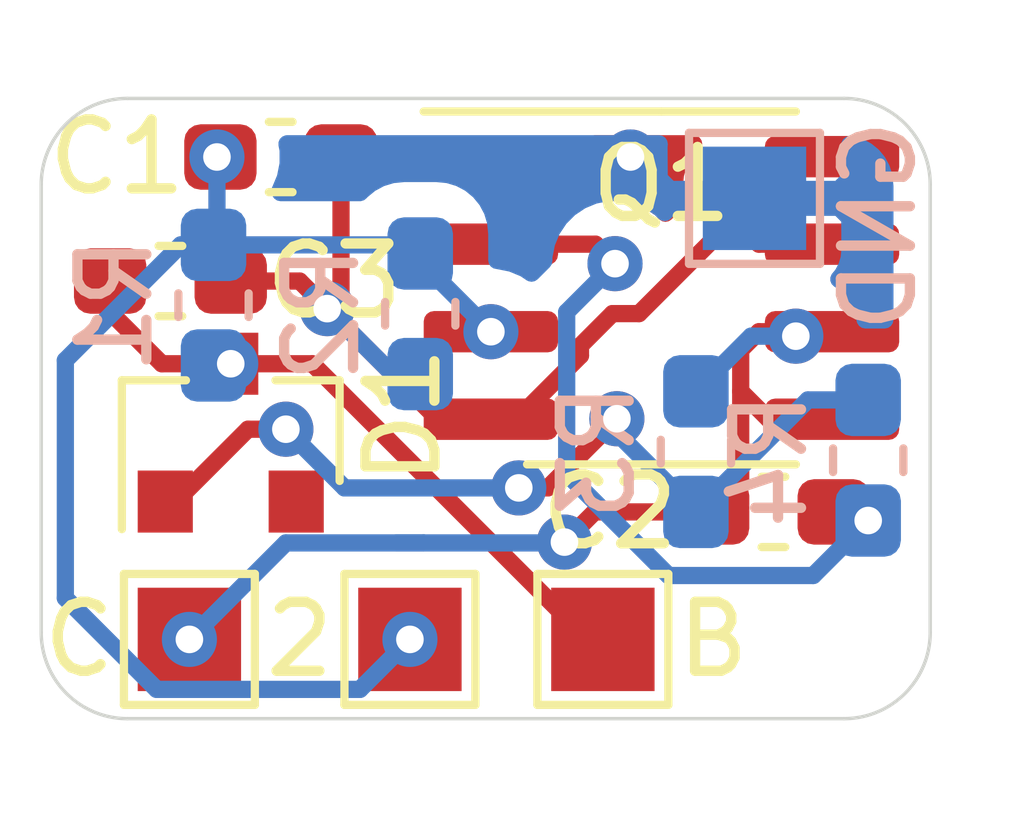
<source format=kicad_pcb>
(kicad_pcb (version 20171130) (host pcbnew "(5.1.6)-1")

  (general
    (thickness 1.6)
    (drawings 8)
    (tracks 98)
    (zones 0)
    (modules 13)
    (nets 8)
  )

  (page A4)
  (layers
    (0 F.Cu signal)
    (31 B.Cu signal)
    (32 B.Adhes user)
    (33 F.Adhes user)
    (34 B.Paste user)
    (35 F.Paste user)
    (36 B.SilkS user)
    (37 F.SilkS user)
    (38 B.Mask user)
    (39 F.Mask user)
    (40 Dwgs.User user)
    (41 Cmts.User user)
    (42 Eco1.User user)
    (43 Eco2.User user)
    (44 Edge.Cuts user)
    (45 Margin user)
    (46 B.CrtYd user)
    (47 F.CrtYd user hide)
    (48 B.Fab user)
    (49 F.Fab user)
  )

  (setup
    (last_trace_width 0.25)
    (trace_clearance 0.2)
    (zone_clearance 0.508)
    (zone_45_only no)
    (trace_min 0.2)
    (via_size 0.8)
    (via_drill 0.4)
    (via_min_size 0.4)
    (via_min_drill 0.3)
    (uvia_size 0.3)
    (uvia_drill 0.1)
    (uvias_allowed no)
    (uvia_min_size 0.2)
    (uvia_min_drill 0.1)
    (edge_width 0.05)
    (segment_width 0.2)
    (pcb_text_width 0.3)
    (pcb_text_size 1.5 1.5)
    (mod_edge_width 0.12)
    (mod_text_size 1 1)
    (mod_text_width 0.15)
    (pad_size 2.1 2.1)
    (pad_drill 1.3)
    (pad_to_mask_clearance 0.051)
    (solder_mask_min_width 0.1)
    (aux_axis_origin 0 0)
    (visible_elements 7FFFFFFF)
    (pcbplotparams
      (layerselection 0x010f0_ffffffff)
      (usegerberextensions true)
      (usegerberattributes false)
      (usegerberadvancedattributes false)
      (creategerberjobfile false)
      (excludeedgelayer true)
      (linewidth 0.100000)
      (plotframeref false)
      (viasonmask false)
      (mode 1)
      (useauxorigin false)
      (hpglpennumber 1)
      (hpglpenspeed 20)
      (hpglpendiameter 15.000000)
      (psnegative false)
      (psa4output false)
      (plotreference true)
      (plotvalue true)
      (plotinvisibletext false)
      (padsonsilk false)
      (subtractmaskfromsilk false)
      (outputformat 1)
      (mirror false)
      (drillshape 0)
      (scaleselection 1)
      (outputdirectory "gerbers/"))
  )

  (net 0 "")
  (net 1 GND)
  (net 2 "Net-(C2-Pad2)")
  (net 3 "Net-(C2-Pad1)")
  (net 4 "Net-(C3-Pad2)")
  (net 5 "Net-(D1-Pad2)")
  (net 6 D1)
  (net 7 VCC)

  (net_class Default "This is the default net class."
    (clearance 0.2)
    (trace_width 0.25)
    (via_dia 0.8)
    (via_drill 0.4)
    (uvia_dia 0.3)
    (uvia_drill 0.1)
    (add_net D1)
    (add_net GND)
    (add_net "Net-(C2-Pad1)")
    (add_net "Net-(C2-Pad2)")
    (add_net "Net-(C3-Pad2)")
    (add_net "Net-(D1-Pad2)")
    (add_net VCC)
  )

  (module TestPoint:TestPoint_Pad_1.5x1.5mm (layer B.Cu) (tedit 5A0F774F) (tstamp 5F68162D)
    (at 92.6 77.2 90)
    (descr "SMD rectangular pad as test Point, square 1.5mm side length")
    (tags "test point SMD pad rectangle square")
    (path /5F68C2F5)
    (attr virtual)
    (fp_text reference GND (at -0.4 1.8 90) (layer B.SilkS)
      (effects (font (size 1 1) (thickness 0.15)) (justify mirror))
    )
    (fp_text value GND (at 0 -1.75 90) (layer B.Fab)
      (effects (font (size 1 1) (thickness 0.15)) (justify mirror))
    )
    (fp_text user %R (at 0 1.65 90) (layer B.Fab)
      (effects (font (size 1 1) (thickness 0.15)) (justify mirror))
    )
    (fp_line (start -0.95 0.95) (end 0.95 0.95) (layer B.SilkS) (width 0.12))
    (fp_line (start 0.95 0.95) (end 0.95 -0.95) (layer B.SilkS) (width 0.12))
    (fp_line (start 0.95 -0.95) (end -0.95 -0.95) (layer B.SilkS) (width 0.12))
    (fp_line (start -0.95 -0.95) (end -0.95 0.95) (layer B.SilkS) (width 0.12))
    (fp_line (start -1.25 1.25) (end 1.25 1.25) (layer B.CrtYd) (width 0.05))
    (fp_line (start -1.25 1.25) (end -1.25 -1.25) (layer B.CrtYd) (width 0.05))
    (fp_line (start 1.25 -1.25) (end 1.25 1.25) (layer B.CrtYd) (width 0.05))
    (fp_line (start 1.25 -1.25) (end -1.25 -1.25) (layer B.CrtYd) (width 0.05))
    (pad 1 smd rect (at 0 0 90) (size 1.5 1.5) (layers B.Cu B.Mask)
      (net 1 GND))
  )

  (module TestPoint:TestPoint_Pad_1.5x1.5mm (layer F.Cu) (tedit 5A0F774F) (tstamp 5F680BBE)
    (at 90.4 83.6)
    (descr "SMD rectangular pad as test Point, square 1.5mm side length")
    (tags "test point SMD pad rectangle square")
    (path /5F42A93A)
    (attr virtual)
    (fp_text reference B (at 1.6 0) (layer F.SilkS)
      (effects (font (size 1 1) (thickness 0.15)))
    )
    (fp_text value BTN (at 0 1.75) (layer F.Fab)
      (effects (font (size 1 1) (thickness 0.15)))
    )
    (fp_line (start 1.25 1.25) (end -1.25 1.25) (layer F.CrtYd) (width 0.05))
    (fp_line (start 1.25 1.25) (end 1.25 -1.25) (layer F.CrtYd) (width 0.05))
    (fp_line (start -1.25 -1.25) (end -1.25 1.25) (layer F.CrtYd) (width 0.05))
    (fp_line (start -1.25 -1.25) (end 1.25 -1.25) (layer F.CrtYd) (width 0.05))
    (fp_line (start -0.95 0.95) (end -0.95 -0.95) (layer F.SilkS) (width 0.12))
    (fp_line (start 0.95 0.95) (end -0.95 0.95) (layer F.SilkS) (width 0.12))
    (fp_line (start 0.95 -0.95) (end 0.95 0.95) (layer F.SilkS) (width 0.12))
    (fp_line (start -0.95 -0.95) (end 0.95 -0.95) (layer F.SilkS) (width 0.12))
    (fp_text user %R (at 0 -1.65) (layer F.Fab)
      (effects (font (size 1 1) (thickness 0.15)))
    )
    (pad 1 smd rect (at 0 0) (size 1.5 1.5) (layers F.Cu F.Mask)
      (net 4 "Net-(C3-Pad2)"))
  )

  (module TestPoint:TestPoint_Pad_1.5x1.5mm (layer F.Cu) (tedit 5A0F774F) (tstamp 5F680BB0)
    (at 87.6 83.6)
    (descr "SMD rectangular pad as test Point, square 1.5mm side length")
    (tags "test point SMD pad rectangle square")
    (path /5F42859D)
    (attr virtual)
    (fp_text reference 2 (at -1.6 0) (layer F.SilkS)
      (effects (font (size 1 1) (thickness 0.15)))
    )
    (fp_text value PWR_2 (at 0 1.75 180) (layer F.Fab)
      (effects (font (size 1 1) (thickness 0.15)))
    )
    (fp_text user %R (at 0 -1.65) (layer F.Fab)
      (effects (font (size 1 1) (thickness 0.15)))
    )
    (fp_line (start -0.95 -0.95) (end 0.95 -0.95) (layer F.SilkS) (width 0.12))
    (fp_line (start 0.95 -0.95) (end 0.95 0.95) (layer F.SilkS) (width 0.12))
    (fp_line (start 0.95 0.95) (end -0.95 0.95) (layer F.SilkS) (width 0.12))
    (fp_line (start -0.95 0.95) (end -0.95 -0.95) (layer F.SilkS) (width 0.12))
    (fp_line (start -1.25 -1.25) (end 1.25 -1.25) (layer F.CrtYd) (width 0.05))
    (fp_line (start -1.25 -1.25) (end -1.25 1.25) (layer F.CrtYd) (width 0.05))
    (fp_line (start 1.25 1.25) (end 1.25 -1.25) (layer F.CrtYd) (width 0.05))
    (fp_line (start 1.25 1.25) (end -1.25 1.25) (layer F.CrtYd) (width 0.05))
    (pad 1 smd rect (at 0 0) (size 1.5 1.5) (layers F.Cu F.Mask)
      (net 7 VCC))
  )

  (module TestPoint:TestPoint_Pad_1.5x1.5mm (layer F.Cu) (tedit 5A0F774F) (tstamp 5F680BA2)
    (at 84.4 83.6)
    (descr "SMD rectangular pad as test Point, square 1.5mm side length")
    (tags "test point SMD pad rectangle square")
    (path /5F429F55)
    (attr virtual)
    (fp_text reference C (at -1.6 0) (layer F.SilkS)
      (effects (font (size 1 1) (thickness 0.15)))
    )
    (fp_text value PWR_C (at 0 1.75) (layer F.Fab)
      (effects (font (size 1 1) (thickness 0.15)))
    )
    (fp_text user %R (at 0 -1.65) (layer F.Fab)
      (effects (font (size 1 1) (thickness 0.15)))
    )
    (fp_line (start -0.95 -0.95) (end 0.95 -0.95) (layer F.SilkS) (width 0.12))
    (fp_line (start 0.95 -0.95) (end 0.95 0.95) (layer F.SilkS) (width 0.12))
    (fp_line (start 0.95 0.95) (end -0.95 0.95) (layer F.SilkS) (width 0.12))
    (fp_line (start -0.95 0.95) (end -0.95 -0.95) (layer F.SilkS) (width 0.12))
    (fp_line (start -1.25 -1.25) (end 1.25 -1.25) (layer F.CrtYd) (width 0.05))
    (fp_line (start -1.25 -1.25) (end -1.25 1.25) (layer F.CrtYd) (width 0.05))
    (fp_line (start 1.25 1.25) (end 1.25 -1.25) (layer F.CrtYd) (width 0.05))
    (fp_line (start 1.25 1.25) (end -1.25 1.25) (layer F.CrtYd) (width 0.05))
    (pad 1 smd rect (at 0 0) (size 1.5 1.5) (layers F.Cu F.Mask)
      (net 2 "Net-(C2-Pad2)"))
  )

  (module Resistor_SMD:R_0603_1608Metric_Pad1.05x0.95mm_HandSolder (layer B.Cu) (tedit 5B301BBD) (tstamp 5F3F68B5)
    (at 94.25 81 270)
    (descr "Resistor SMD 0603 (1608 Metric), square (rectangular) end terminal, IPC_7351 nominal with elongated pad for handsoldering. (Body size source: http://www.tortai-tech.com/upload/download/2011102023233369053.pdf), generated with kicad-footprint-generator")
    (tags "resistor handsolder")
    (path /5F40536C)
    (attr smd)
    (fp_text reference R4 (at 0 1.43 270) (layer B.SilkS)
      (effects (font (size 1 1) (thickness 0.15)) (justify mirror))
    )
    (fp_text value 300K (at 0 -1.43 270) (layer B.Fab)
      (effects (font (size 1 1) (thickness 0.15)) (justify mirror))
    )
    (fp_line (start -0.8 -0.4) (end -0.8 0.4) (layer B.Fab) (width 0.1))
    (fp_line (start -0.8 0.4) (end 0.8 0.4) (layer B.Fab) (width 0.1))
    (fp_line (start 0.8 0.4) (end 0.8 -0.4) (layer B.Fab) (width 0.1))
    (fp_line (start 0.8 -0.4) (end -0.8 -0.4) (layer B.Fab) (width 0.1))
    (fp_line (start -0.171267 0.51) (end 0.171267 0.51) (layer B.SilkS) (width 0.12))
    (fp_line (start -0.171267 -0.51) (end 0.171267 -0.51) (layer B.SilkS) (width 0.12))
    (fp_line (start -1.65 -0.73) (end -1.65 0.73) (layer B.CrtYd) (width 0.05))
    (fp_line (start -1.65 0.73) (end 1.65 0.73) (layer B.CrtYd) (width 0.05))
    (fp_line (start 1.65 0.73) (end 1.65 -0.73) (layer B.CrtYd) (width 0.05))
    (fp_line (start 1.65 -0.73) (end -1.65 -0.73) (layer B.CrtYd) (width 0.05))
    (fp_text user %R (at 0 0 270) (layer B.Fab)
      (effects (font (size 0.4 0.4) (thickness 0.06)) (justify mirror))
    )
    (pad 2 smd roundrect (at 0.875 0 270) (size 1.05 0.95) (layers B.Cu B.Paste B.Mask) (roundrect_rratio 0.25)
      (net 3 "Net-(C2-Pad1)"))
    (pad 1 smd roundrect (at -0.875 0 270) (size 1.05 0.95) (layers B.Cu B.Paste B.Mask) (roundrect_rratio 0.25)
      (net 5 "Net-(D1-Pad2)"))
    (model ${KISYS3DMOD}/Resistor_SMD.3dshapes/R_0603_1608Metric.wrl
      (at (xyz 0 0 0))
      (scale (xyz 1 1 1))
      (rotate (xyz 0 0 0))
    )
  )

  (module Resistor_SMD:R_0603_1608Metric_Pad1.05x0.95mm_HandSolder (layer B.Cu) (tedit 5B301BBD) (tstamp 5F3F68A4)
    (at 91.75 80.875 270)
    (descr "Resistor SMD 0603 (1608 Metric), square (rectangular) end terminal, IPC_7351 nominal with elongated pad for handsoldering. (Body size source: http://www.tortai-tech.com/upload/download/2011102023233369053.pdf), generated with kicad-footprint-generator")
    (tags "resistor handsolder")
    (path /5F405070)
    (attr smd)
    (fp_text reference R3 (at 0 1.43 270) (layer B.SilkS)
      (effects (font (size 1 1) (thickness 0.15)) (justify mirror))
    )
    (fp_text value 100K (at 0 -1.43 270) (layer B.Fab)
      (effects (font (size 1 1) (thickness 0.15)) (justify mirror))
    )
    (fp_line (start -0.8 -0.4) (end -0.8 0.4) (layer B.Fab) (width 0.1))
    (fp_line (start -0.8 0.4) (end 0.8 0.4) (layer B.Fab) (width 0.1))
    (fp_line (start 0.8 0.4) (end 0.8 -0.4) (layer B.Fab) (width 0.1))
    (fp_line (start 0.8 -0.4) (end -0.8 -0.4) (layer B.Fab) (width 0.1))
    (fp_line (start -0.171267 0.51) (end 0.171267 0.51) (layer B.SilkS) (width 0.12))
    (fp_line (start -0.171267 -0.51) (end 0.171267 -0.51) (layer B.SilkS) (width 0.12))
    (fp_line (start -1.65 -0.73) (end -1.65 0.73) (layer B.CrtYd) (width 0.05))
    (fp_line (start -1.65 0.73) (end 1.65 0.73) (layer B.CrtYd) (width 0.05))
    (fp_line (start 1.65 0.73) (end 1.65 -0.73) (layer B.CrtYd) (width 0.05))
    (fp_line (start 1.65 -0.73) (end -1.65 -0.73) (layer B.CrtYd) (width 0.05))
    (fp_text user %R (at 0 0 270) (layer B.Fab)
      (effects (font (size 0.4 0.4) (thickness 0.06)) (justify mirror))
    )
    (pad 2 smd roundrect (at 0.875 0 270) (size 1.05 0.95) (layers B.Cu B.Paste B.Mask) (roundrect_rratio 0.25)
      (net 5 "Net-(D1-Pad2)"))
    (pad 1 smd roundrect (at -0.875 0 270) (size 1.05 0.95) (layers B.Cu B.Paste B.Mask) (roundrect_rratio 0.25)
      (net 2 "Net-(C2-Pad2)"))
    (model ${KISYS3DMOD}/Resistor_SMD.3dshapes/R_0603_1608Metric.wrl
      (at (xyz 0 0 0))
      (scale (xyz 1 1 1))
      (rotate (xyz 0 0 0))
    )
  )

  (module Resistor_SMD:R_0603_1608Metric_Pad1.05x0.95mm_HandSolder (layer B.Cu) (tedit 5B301BBD) (tstamp 5F3F6893)
    (at 87.75 78.875 270)
    (descr "Resistor SMD 0603 (1608 Metric), square (rectangular) end terminal, IPC_7351 nominal with elongated pad for handsoldering. (Body size source: http://www.tortai-tech.com/upload/download/2011102023233369053.pdf), generated with kicad-footprint-generator")
    (tags "resistor handsolder")
    (path /5F4025FF)
    (attr smd)
    (fp_text reference R2 (at 0 1.43 270) (layer B.SilkS)
      (effects (font (size 1 1) (thickness 0.15)) (justify mirror))
    )
    (fp_text value 100K (at 0 -1.43 270) (layer B.Fab)
      (effects (font (size 1 1) (thickness 0.15)) (justify mirror))
    )
    (fp_line (start -0.8 -0.4) (end -0.8 0.4) (layer B.Fab) (width 0.1))
    (fp_line (start -0.8 0.4) (end 0.8 0.4) (layer B.Fab) (width 0.1))
    (fp_line (start 0.8 0.4) (end 0.8 -0.4) (layer B.Fab) (width 0.1))
    (fp_line (start 0.8 -0.4) (end -0.8 -0.4) (layer B.Fab) (width 0.1))
    (fp_line (start -0.171267 0.51) (end 0.171267 0.51) (layer B.SilkS) (width 0.12))
    (fp_line (start -0.171267 -0.51) (end 0.171267 -0.51) (layer B.SilkS) (width 0.12))
    (fp_line (start -1.65 -0.73) (end -1.65 0.73) (layer B.CrtYd) (width 0.05))
    (fp_line (start -1.65 0.73) (end 1.65 0.73) (layer B.CrtYd) (width 0.05))
    (fp_line (start 1.65 0.73) (end 1.65 -0.73) (layer B.CrtYd) (width 0.05))
    (fp_line (start 1.65 -0.73) (end -1.65 -0.73) (layer B.CrtYd) (width 0.05))
    (fp_text user %R (at 0 0 270) (layer B.Fab)
      (effects (font (size 0.4 0.4) (thickness 0.06)) (justify mirror))
    )
    (pad 2 smd roundrect (at 0.875 0 270) (size 1.05 0.95) (layers B.Cu B.Paste B.Mask) (roundrect_rratio 0.25)
      (net 6 D1))
    (pad 1 smd roundrect (at -0.875 0 270) (size 1.05 0.95) (layers B.Cu B.Paste B.Mask) (roundrect_rratio 0.25)
      (net 7 VCC))
    (model ${KISYS3DMOD}/Resistor_SMD.3dshapes/R_0603_1608Metric.wrl
      (at (xyz 0 0 0))
      (scale (xyz 1 1 1))
      (rotate (xyz 0 0 0))
    )
  )

  (module Resistor_SMD:R_0603_1608Metric_Pad1.05x0.95mm_HandSolder (layer B.Cu) (tedit 5B301BBD) (tstamp 5F3F6882)
    (at 84.75 78.75 270)
    (descr "Resistor SMD 0603 (1608 Metric), square (rectangular) end terminal, IPC_7351 nominal with elongated pad for handsoldering. (Body size source: http://www.tortai-tech.com/upload/download/2011102023233369053.pdf), generated with kicad-footprint-generator")
    (tags "resistor handsolder")
    (path /5F3F241D)
    (attr smd)
    (fp_text reference R1 (at 0 1.43 270) (layer B.SilkS)
      (effects (font (size 1 1) (thickness 0.15)) (justify mirror))
    )
    (fp_text value 10K (at 0 -1.43 270) (layer B.Fab)
      (effects (font (size 1 1) (thickness 0.15)) (justify mirror))
    )
    (fp_line (start -0.8 -0.4) (end -0.8 0.4) (layer B.Fab) (width 0.1))
    (fp_line (start -0.8 0.4) (end 0.8 0.4) (layer B.Fab) (width 0.1))
    (fp_line (start 0.8 0.4) (end 0.8 -0.4) (layer B.Fab) (width 0.1))
    (fp_line (start 0.8 -0.4) (end -0.8 -0.4) (layer B.Fab) (width 0.1))
    (fp_line (start -0.171267 0.51) (end 0.171267 0.51) (layer B.SilkS) (width 0.12))
    (fp_line (start -0.171267 -0.51) (end 0.171267 -0.51) (layer B.SilkS) (width 0.12))
    (fp_line (start -1.65 -0.73) (end -1.65 0.73) (layer B.CrtYd) (width 0.05))
    (fp_line (start -1.65 0.73) (end 1.65 0.73) (layer B.CrtYd) (width 0.05))
    (fp_line (start 1.65 0.73) (end 1.65 -0.73) (layer B.CrtYd) (width 0.05))
    (fp_line (start 1.65 -0.73) (end -1.65 -0.73) (layer B.CrtYd) (width 0.05))
    (fp_text user %R (at 0 0 270) (layer B.Fab)
      (effects (font (size 0.4 0.4) (thickness 0.06)) (justify mirror))
    )
    (pad 2 smd roundrect (at 0.875 0 270) (size 1.05 0.95) (layers B.Cu B.Paste B.Mask) (roundrect_rratio 0.25)
      (net 4 "Net-(C3-Pad2)"))
    (pad 1 smd roundrect (at -0.875 0 270) (size 1.05 0.95) (layers B.Cu B.Paste B.Mask) (roundrect_rratio 0.25)
      (net 7 VCC))
    (model ${KISYS3DMOD}/Resistor_SMD.3dshapes/R_0603_1608Metric.wrl
      (at (xyz 0 0 0))
      (scale (xyz 1 1 1))
      (rotate (xyz 0 0 0))
    )
  )

  (module Package_SO:SOIC-8_3.9x4.9mm_P1.27mm (layer F.Cu) (tedit 5D9F72B1) (tstamp 5F3F6871)
    (at 91.25 78.5)
    (descr "SOIC, 8 Pin (JEDEC MS-012AA, https://www.analog.com/media/en/package-pcb-resources/package/pkg_pdf/soic_narrow-r/r_8.pdf), generated with kicad-footprint-generator ipc_gullwing_generator.py")
    (tags "SOIC SO")
    (path /5F3FED7F)
    (attr smd)
    (fp_text reference Q1 (at 0 -1.5) (layer F.SilkS)
      (effects (font (size 1 1) (thickness 0.15)))
    )
    (fp_text value IRF7317PbF (at 0 3.4) (layer F.Fab)
      (effects (font (size 1 1) (thickness 0.15)))
    )
    (fp_line (start 0 2.56) (end 1.95 2.56) (layer F.SilkS) (width 0.12))
    (fp_line (start 0 2.56) (end -1.95 2.56) (layer F.SilkS) (width 0.12))
    (fp_line (start 0 -2.56) (end 1.95 -2.56) (layer F.SilkS) (width 0.12))
    (fp_line (start 0 -2.56) (end -3.45 -2.56) (layer F.SilkS) (width 0.12))
    (fp_line (start -0.975 -2.45) (end 1.95 -2.45) (layer F.Fab) (width 0.1))
    (fp_line (start 1.95 -2.45) (end 1.95 2.45) (layer F.Fab) (width 0.1))
    (fp_line (start 1.95 2.45) (end -1.95 2.45) (layer F.Fab) (width 0.1))
    (fp_line (start -1.95 2.45) (end -1.95 -1.475) (layer F.Fab) (width 0.1))
    (fp_line (start -1.95 -1.475) (end -0.975 -2.45) (layer F.Fab) (width 0.1))
    (fp_line (start -3.7 -2.7) (end -3.7 2.7) (layer F.CrtYd) (width 0.05))
    (fp_line (start -3.7 2.7) (end 3.7 2.7) (layer F.CrtYd) (width 0.05))
    (fp_line (start 3.7 2.7) (end 3.7 -2.7) (layer F.CrtYd) (width 0.05))
    (fp_line (start 3.7 -2.7) (end -3.7 -2.7) (layer F.CrtYd) (width 0.05))
    (fp_text user %R (at 0 0) (layer F.Fab)
      (effects (font (size 0.98 0.98) (thickness 0.15)))
    )
    (pad 8 smd roundrect (at 2.475 -1.905) (size 1.95 0.6) (layers F.Cu F.Paste F.Mask) (roundrect_rratio 0.25)
      (net 6 D1))
    (pad 7 smd roundrect (at 2.475 -0.635) (size 1.95 0.6) (layers F.Cu F.Paste F.Mask) (roundrect_rratio 0.25)
      (net 6 D1))
    (pad 6 smd roundrect (at 2.475 0.635) (size 1.95 0.6) (layers F.Cu F.Paste F.Mask) (roundrect_rratio 0.25)
      (net 2 "Net-(C2-Pad2)"))
    (pad 5 smd roundrect (at 2.475 1.905) (size 1.95 0.6) (layers F.Cu F.Paste F.Mask) (roundrect_rratio 0.25)
      (net 2 "Net-(C2-Pad2)"))
    (pad 4 smd roundrect (at -2.475 1.905) (size 1.95 0.6) (layers F.Cu F.Paste F.Mask) (roundrect_rratio 0.25)
      (net 6 D1))
    (pad 3 smd roundrect (at -2.475 0.635) (size 1.95 0.6) (layers F.Cu F.Paste F.Mask) (roundrect_rratio 0.25)
      (net 7 VCC))
    (pad 2 smd roundrect (at -2.475 -0.635) (size 1.95 0.6) (layers F.Cu F.Paste F.Mask) (roundrect_rratio 0.25)
      (net 3 "Net-(C2-Pad1)"))
    (pad 1 smd roundrect (at -2.475 -1.905) (size 1.95 0.6) (layers F.Cu F.Paste F.Mask) (roundrect_rratio 0.25)
      (net 1 GND))
    (model ${KISYS3DMOD}/Package_SO.3dshapes/SOIC-8_3.9x4.9mm_P1.27mm.wrl
      (at (xyz 0 0 0))
      (scale (xyz 1 1 1))
      (rotate (xyz 0 0 0))
    )
  )

  (module Diode_SMD:D_SOT-23_ANK (layer F.Cu) (tedit 587CCEF9) (tstamp 5F3F6816)
    (at 85 80.6 90)
    (descr "SOT-23, Single Diode")
    (tags SOT-23)
    (path /5F3F351C)
    (attr smd)
    (fp_text reference D1 (at 0.25 2.5 90) (layer F.SilkS)
      (effects (font (size 1 1) (thickness 0.15)))
    )
    (fp_text value MMBD7000LT1G (at 0 2.5 90) (layer F.Fab)
      (effects (font (size 1 1) (thickness 0.15)))
    )
    (fp_line (start -0.15 -0.45) (end -0.4 -0.45) (layer F.Fab) (width 0.1))
    (fp_line (start -0.15 -0.25) (end 0.15 -0.45) (layer F.Fab) (width 0.1))
    (fp_line (start -0.15 -0.65) (end -0.15 -0.25) (layer F.Fab) (width 0.1))
    (fp_line (start 0.15 -0.45) (end -0.15 -0.65) (layer F.Fab) (width 0.1))
    (fp_line (start 0.15 -0.45) (end 0.4 -0.45) (layer F.Fab) (width 0.1))
    (fp_line (start 0.15 -0.65) (end 0.15 -0.25) (layer F.Fab) (width 0.1))
    (fp_line (start 0.76 1.58) (end 0.76 0.65) (layer F.SilkS) (width 0.12))
    (fp_line (start 0.76 -1.58) (end 0.76 -0.65) (layer F.SilkS) (width 0.12))
    (fp_line (start 0.7 -1.52) (end 0.7 1.52) (layer F.Fab) (width 0.1))
    (fp_line (start -0.7 1.52) (end 0.7 1.52) (layer F.Fab) (width 0.1))
    (fp_line (start -1.7 -1.75) (end 1.7 -1.75) (layer F.CrtYd) (width 0.05))
    (fp_line (start 1.7 -1.75) (end 1.7 1.75) (layer F.CrtYd) (width 0.05))
    (fp_line (start 1.7 1.75) (end -1.7 1.75) (layer F.CrtYd) (width 0.05))
    (fp_line (start -1.7 1.75) (end -1.7 -1.75) (layer F.CrtYd) (width 0.05))
    (fp_line (start 0.76 -1.58) (end -1.4 -1.58) (layer F.SilkS) (width 0.12))
    (fp_line (start -0.7 -1.52) (end 0.7 -1.52) (layer F.Fab) (width 0.1))
    (fp_line (start -0.7 -1.52) (end -0.7 1.52) (layer F.Fab) (width 0.1))
    (fp_line (start 0.76 1.58) (end -0.7 1.58) (layer F.SilkS) (width 0.12))
    (fp_text user %R (at 0 -2.5 90) (layer F.Fab)
      (effects (font (size 1 1) (thickness 0.15)))
    )
    (pad 1 smd rect (at 1 0 90) (size 0.9 0.8) (layers F.Cu F.Paste F.Mask)
      (net 4 "Net-(C3-Pad2)"))
    (pad "" smd rect (at -1 0.95 90) (size 0.9 0.8) (layers F.Cu F.Paste F.Mask))
    (pad 2 smd rect (at -1 -0.95 90) (size 0.9 0.8) (layers F.Cu F.Paste F.Mask)
      (net 5 "Net-(D1-Pad2)"))
    (model ${KISYS3DMOD}/Diode_SMD.3dshapes/D_SOT-23.wrl
      (at (xyz 0 0 0))
      (scale (xyz 1 1 1))
      (rotate (xyz 0 0 0))
    )
  )

  (module Capacitor_SMD:C_0603_1608Metric_Pad1.05x0.95mm_HandSolder (layer F.Cu) (tedit 5B301BBE) (tstamp 5F3F67FC)
    (at 84.125 78.4 180)
    (descr "Capacitor SMD 0603 (1608 Metric), square (rectangular) end terminal, IPC_7351 nominal with elongated pad for handsoldering. (Body size source: http://www.tortai-tech.com/upload/download/2011102023233369053.pdf), generated with kicad-footprint-generator")
    (tags "capacitor handsolder")
    (path /5F3F29E4)
    (attr smd)
    (fp_text reference C3 (at -2.375 0) (layer F.SilkS)
      (effects (font (size 1 1) (thickness 0.15)))
    )
    (fp_text value 1uF (at 0 1.43) (layer F.Fab)
      (effects (font (size 1 1) (thickness 0.15)))
    )
    (fp_line (start -0.8 0.4) (end -0.8 -0.4) (layer F.Fab) (width 0.1))
    (fp_line (start -0.8 -0.4) (end 0.8 -0.4) (layer F.Fab) (width 0.1))
    (fp_line (start 0.8 -0.4) (end 0.8 0.4) (layer F.Fab) (width 0.1))
    (fp_line (start 0.8 0.4) (end -0.8 0.4) (layer F.Fab) (width 0.1))
    (fp_line (start -0.171267 -0.51) (end 0.171267 -0.51) (layer F.SilkS) (width 0.12))
    (fp_line (start -0.171267 0.51) (end 0.171267 0.51) (layer F.SilkS) (width 0.12))
    (fp_line (start -1.65 0.73) (end -1.65 -0.73) (layer F.CrtYd) (width 0.05))
    (fp_line (start -1.65 -0.73) (end 1.65 -0.73) (layer F.CrtYd) (width 0.05))
    (fp_line (start 1.65 -0.73) (end 1.65 0.73) (layer F.CrtYd) (width 0.05))
    (fp_line (start 1.65 0.73) (end -1.65 0.73) (layer F.CrtYd) (width 0.05))
    (fp_text user %R (at 0 0) (layer F.Fab)
      (effects (font (size 0.4 0.4) (thickness 0.06)))
    )
    (pad 2 smd roundrect (at 0.875 0 180) (size 1.05 0.95) (layers F.Cu F.Paste F.Mask) (roundrect_rratio 0.25)
      (net 4 "Net-(C3-Pad2)"))
    (pad 1 smd roundrect (at -0.875 0 180) (size 1.05 0.95) (layers F.Cu F.Paste F.Mask) (roundrect_rratio 0.25)
      (net 6 D1))
    (model ${KISYS3DMOD}/Capacitor_SMD.3dshapes/C_0603_1608Metric.wrl
      (at (xyz 0 0 0))
      (scale (xyz 1 1 1))
      (rotate (xyz 0 0 0))
    )
  )

  (module Capacitor_SMD:C_0603_1608Metric_Pad1.05x0.95mm_HandSolder (layer F.Cu) (tedit 5B301BBE) (tstamp 5F3F6C49)
    (at 92.875 81.75 180)
    (descr "Capacitor SMD 0603 (1608 Metric), square (rectangular) end terminal, IPC_7351 nominal with elongated pad for handsoldering. (Body size source: http://www.tortai-tech.com/upload/download/2011102023233369053.pdf), generated with kicad-footprint-generator")
    (tags "capacitor handsolder")
    (path /5F404B72)
    (attr smd)
    (fp_text reference C2 (at 2.375 0) (layer F.SilkS)
      (effects (font (size 1 1) (thickness 0.15)))
    )
    (fp_text value 10uF (at 0 1.43) (layer F.Fab)
      (effects (font (size 1 1) (thickness 0.15)))
    )
    (fp_line (start -0.8 0.4) (end -0.8 -0.4) (layer F.Fab) (width 0.1))
    (fp_line (start -0.8 -0.4) (end 0.8 -0.4) (layer F.Fab) (width 0.1))
    (fp_line (start 0.8 -0.4) (end 0.8 0.4) (layer F.Fab) (width 0.1))
    (fp_line (start 0.8 0.4) (end -0.8 0.4) (layer F.Fab) (width 0.1))
    (fp_line (start -0.171267 -0.51) (end 0.171267 -0.51) (layer F.SilkS) (width 0.12))
    (fp_line (start -0.171267 0.51) (end 0.171267 0.51) (layer F.SilkS) (width 0.12))
    (fp_line (start -1.65 0.73) (end -1.65 -0.73) (layer F.CrtYd) (width 0.05))
    (fp_line (start -1.65 -0.73) (end 1.65 -0.73) (layer F.CrtYd) (width 0.05))
    (fp_line (start 1.65 -0.73) (end 1.65 0.73) (layer F.CrtYd) (width 0.05))
    (fp_line (start 1.65 0.73) (end -1.65 0.73) (layer F.CrtYd) (width 0.05))
    (fp_text user %R (at 0 0) (layer F.Fab)
      (effects (font (size 0.4 0.4) (thickness 0.06)))
    )
    (pad 2 smd roundrect (at 0.875 0 180) (size 1.05 0.95) (layers F.Cu F.Paste F.Mask) (roundrect_rratio 0.25)
      (net 2 "Net-(C2-Pad2)"))
    (pad 1 smd roundrect (at -0.875 0 180) (size 1.05 0.95) (layers F.Cu F.Paste F.Mask) (roundrect_rratio 0.25)
      (net 3 "Net-(C2-Pad1)"))
    (model ${KISYS3DMOD}/Capacitor_SMD.3dshapes/C_0603_1608Metric.wrl
      (at (xyz 0 0 0))
      (scale (xyz 1 1 1))
      (rotate (xyz 0 0 0))
    )
  )

  (module Capacitor_SMD:C_0603_1608Metric_Pad1.05x0.95mm_HandSolder (layer F.Cu) (tedit 5B301BBE) (tstamp 5F3F67DA)
    (at 85.725 76.6 180)
    (descr "Capacitor SMD 0603 (1608 Metric), square (rectangular) end terminal, IPC_7351 nominal with elongated pad for handsoldering. (Body size source: http://www.tortai-tech.com/upload/download/2011102023233369053.pdf), generated with kicad-footprint-generator")
    (tags "capacitor handsolder")
    (path /5F403831)
    (attr smd)
    (fp_text reference C1 (at 2.375 0) (layer F.SilkS)
      (effects (font (size 1 1) (thickness 0.15)))
    )
    (fp_text value 0.1uF (at 0 1.43) (layer F.Fab)
      (effects (font (size 1 1) (thickness 0.15)))
    )
    (fp_line (start -0.8 0.4) (end -0.8 -0.4) (layer F.Fab) (width 0.1))
    (fp_line (start -0.8 -0.4) (end 0.8 -0.4) (layer F.Fab) (width 0.1))
    (fp_line (start 0.8 -0.4) (end 0.8 0.4) (layer F.Fab) (width 0.1))
    (fp_line (start 0.8 0.4) (end -0.8 0.4) (layer F.Fab) (width 0.1))
    (fp_line (start -0.171267 -0.51) (end 0.171267 -0.51) (layer F.SilkS) (width 0.12))
    (fp_line (start -0.171267 0.51) (end 0.171267 0.51) (layer F.SilkS) (width 0.12))
    (fp_line (start -1.65 0.73) (end -1.65 -0.73) (layer F.CrtYd) (width 0.05))
    (fp_line (start -1.65 -0.73) (end 1.65 -0.73) (layer F.CrtYd) (width 0.05))
    (fp_line (start 1.65 -0.73) (end 1.65 0.73) (layer F.CrtYd) (width 0.05))
    (fp_line (start 1.65 0.73) (end -1.65 0.73) (layer F.CrtYd) (width 0.05))
    (fp_text user %R (at 0 0) (layer F.Fab)
      (effects (font (size 0.4 0.4) (thickness 0.06)))
    )
    (pad 2 smd roundrect (at 0.875 0 180) (size 1.05 0.95) (layers F.Cu F.Paste F.Mask) (roundrect_rratio 0.25)
      (net 7 VCC))
    (pad 1 smd roundrect (at -0.875 0 180) (size 1.05 0.95) (layers F.Cu F.Paste F.Mask) (roundrect_rratio 0.25)
      (net 6 D1))
    (model ${KISYS3DMOD}/Capacitor_SMD.3dshapes/C_0603_1608Metric.wrl
      (at (xyz 0 0 0))
      (scale (xyz 1 1 1))
      (rotate (xyz 0 0 0))
    )
  )

  (gr_arc (start 93.9 83.5) (end 93.9 84.75) (angle -90) (layer Edge.Cuts) (width 0.05) (tstamp 5F3F83DF))
  (gr_arc (start 93.9 77) (end 95.15 77) (angle -90) (layer Edge.Cuts) (width 0.05) (tstamp 5F3F83DF))
  (gr_arc (start 83.5 77) (end 83.5 75.75) (angle -90) (layer Edge.Cuts) (width 0.05) (tstamp 5F3F83DF))
  (gr_arc (start 83.5 83.5) (end 82.25 83.5) (angle -90) (layer Edge.Cuts) (width 0.05))
  (gr_line (start 82.25 83.5) (end 82.25 77) (layer Edge.Cuts) (width 0.05))
  (gr_line (start 93.9 84.75) (end 83.5 84.75) (layer Edge.Cuts) (width 0.05))
  (gr_line (start 95.15 77) (end 95.15 83.5) (layer Edge.Cuts) (width 0.05))
  (gr_line (start 83.5 75.75) (end 93.9 75.75) (layer Edge.Cuts) (width 0.05))

  (segment (start 92.6 77.2) (end 91.4 77.2) (width 0.25) (layer B.Cu) (net 1))
  (via (at 90.8 76.6) (size 0.8) (drill 0.4) (layers F.Cu B.Cu) (net 1))
  (segment (start 91.4 77.2) (end 90.8 76.6) (width 0.25) (layer B.Cu) (net 1))
  (segment (start 88.78 76.6) (end 88.775 76.595) (width 0.25) (layer F.Cu) (net 1))
  (segment (start 90.8 76.6) (end 88.78 76.6) (width 0.25) (layer F.Cu) (net 1))
  (via (at 93.2 79.2) (size 0.8) (drill 0.4) (layers F.Cu B.Cu) (net 2))
  (segment (start 93.725 79.135) (end 93.265 79.135) (width 0.25) (layer F.Cu) (net 2))
  (segment (start 93.265 79.135) (end 93.2 79.2) (width 0.25) (layer F.Cu) (net 2))
  (segment (start 92.55 79.2) (end 91.75 80) (width 0.25) (layer B.Cu) (net 2))
  (segment (start 93.2 79.2) (end 92.55 79.2) (width 0.25) (layer B.Cu) (net 2))
  (segment (start 92.665 79.135) (end 93.725 79.135) (width 0.25) (layer F.Cu) (net 2))
  (segment (start 92.4 79.4) (end 92.665 79.135) (width 0.25) (layer F.Cu) (net 2))
  (segment (start 93.725 80.405) (end 92.805 80.405) (width 0.25) (layer F.Cu) (net 2))
  (segment (start 92.4 80) (end 92.4 79.4) (width 0.25) (layer F.Cu) (net 2))
  (segment (start 92.805 80.405) (end 92.4 80) (width 0.25) (layer F.Cu) (net 2))
  (segment (start 92.4 81.35) (end 92 81.75) (width 0.25) (layer F.Cu) (net 2))
  (segment (start 92.4 80) (end 92.4 81.35) (width 0.25) (layer F.Cu) (net 2))
  (via (at 84.4 83.6) (size 0.8) (drill 0.4) (layers F.Cu B.Cu) (net 2))
  (segment (start 85.8 82.2) (end 84.4 83.6) (width 0.25) (layer B.Cu) (net 2))
  (segment (start 87.8 82.2) (end 85.8 82.2) (width 0.25) (layer B.Cu) (net 2))
  (segment (start 87.4 82.2) (end 87.8 82.2) (width 0.25) (layer B.Cu) (net 2))
  (segment (start 89.830301 82.2) (end 89.842236 82.188065) (width 0.25) (layer B.Cu) (net 2))
  (segment (start 90.280301 81.75) (end 89.842236 82.188065) (width 0.25) (layer F.Cu) (net 2))
  (segment (start 87.8 82.2) (end 89.830301 82.2) (width 0.25) (layer B.Cu) (net 2))
  (segment (start 92 81.75) (end 90.280301 81.75) (width 0.25) (layer F.Cu) (net 2))
  (via (at 89.842236 82.188065) (size 0.8) (drill 0.4) (layers F.Cu B.Cu) (net 2))
  (via (at 94.25 81.875) (size 0.8) (drill 0.4) (layers F.Cu B.Cu) (net 3))
  (segment (start 93.75 81.75) (end 94.125 81.75) (width 0.25) (layer F.Cu) (net 3))
  (segment (start 94.125 81.75) (end 94.25 81.875) (width 0.25) (layer F.Cu) (net 3))
  (segment (start 88.775 77.865) (end 90.293572 77.865) (width 0.25) (layer F.Cu) (net 3))
  (segment (start 90.293572 77.865) (end 90.576168 78.147596) (width 0.25) (layer F.Cu) (net 3))
  (via (at 90.576168 78.147596) (size 0.8) (drill 0.4) (layers F.Cu B.Cu) (net 3))
  (segment (start 89.874999 81.195509) (end 91.352266 82.672776) (width 0.25) (layer B.Cu) (net 3))
  (segment (start 89.874999 78.848765) (end 89.874999 81.195509) (width 0.25) (layer B.Cu) (net 3))
  (segment (start 91.352266 82.672776) (end 93.452224 82.672776) (width 0.25) (layer B.Cu) (net 3))
  (segment (start 90.576168 78.147596) (end 89.874999 78.848765) (width 0.25) (layer B.Cu) (net 3))
  (segment (start 93.452224 82.672776) (end 94.25 81.875) (width 0.25) (layer B.Cu) (net 3))
  (segment (start 85 79.6) (end 84 79.6) (width 0.25) (layer F.Cu) (net 4))
  (segment (start 83.25 78.85) (end 83.25 78.4) (width 0.25) (layer F.Cu) (net 4))
  (segment (start 84 79.6) (end 83.25 78.85) (width 0.25) (layer F.Cu) (net 4))
  (segment (start 84.75 79.625) (end 84.975 79.625) (width 0.25) (layer B.Cu) (net 4))
  (via (at 85 79.6) (size 0.8) (drill 0.4) (layers F.Cu B.Cu) (net 4))
  (segment (start 84.975 79.625) (end 85 79.6) (width 0.25) (layer B.Cu) (net 4))
  (segment (start 90.4 83.6) (end 90.183966 83.6) (width 0.25) (layer F.Cu) (net 4))
  (segment (start 86.183966 79.6) (end 85 79.6) (width 0.25) (layer F.Cu) (net 4))
  (segment (start 90.183966 83.6) (end 86.183966 79.6) (width 0.25) (layer F.Cu) (net 4))
  (segment (start 93.375 80.125) (end 91.75 81.75) (width 0.25) (layer B.Cu) (net 5))
  (segment (start 94.25 80.125) (end 93.375 80.125) (width 0.25) (layer B.Cu) (net 5))
  (segment (start 84.05 81.6) (end 84.2 81.6) (width 0.25) (layer F.Cu) (net 5))
  (via (at 85.8 80.549998) (size 0.8) (drill 0.4) (layers F.Cu B.Cu) (net 5))
  (segment (start 84.2 81.6) (end 85.250002 80.549998) (width 0.25) (layer F.Cu) (net 5))
  (segment (start 85.250002 80.549998) (end 85.8 80.549998) (width 0.25) (layer F.Cu) (net 5))
  (via (at 89.179882 81.40155) (size 0.8) (drill 0.4) (layers F.Cu B.Cu) (net 5))
  (via (at 90.603245 80.397837) (size 0.8) (drill 0.4) (layers F.Cu B.Cu) (net 5))
  (segment (start 90.603245 80.397837) (end 89.599532 81.40155) (width 0.25) (layer F.Cu) (net 5))
  (segment (start 85.8 80.549998) (end 86.651552 81.40155) (width 0.25) (layer B.Cu) (net 5))
  (segment (start 89.599532 81.40155) (end 89.179882 81.40155) (width 0.25) (layer F.Cu) (net 5))
  (segment (start 86.651552 81.40155) (end 89.179882 81.40155) (width 0.25) (layer B.Cu) (net 5))
  (segment (start 91.75 81.75) (end 90.603245 80.603245) (width 0.25) (layer B.Cu) (net 5))
  (segment (start 90.603245 80.603245) (end 90.603245 80.397837) (width 0.25) (layer B.Cu) (net 5))
  (via (at 86.4 78.8) (size 0.8) (drill 0.4) (layers F.Cu B.Cu) (net 6))
  (segment (start 87.75 79.75) (end 87.35 79.75) (width 0.25) (layer B.Cu) (net 6))
  (segment (start 87.35 79.75) (end 86.4 78.8) (width 0.25) (layer B.Cu) (net 6))
  (segment (start 86.4 78.8) (end 86 78.4) (width 0.25) (layer F.Cu) (net 6))
  (segment (start 86 78.4) (end 85 78.4) (width 0.25) (layer F.Cu) (net 6))
  (segment (start 88.005 80.405) (end 88.775 80.405) (width 0.25) (layer F.Cu) (net 6))
  (segment (start 86.4 78.8) (end 88.005 80.405) (width 0.25) (layer F.Cu) (net 6))
  (segment (start 93.348232 77.865) (end 93.725 77.865) (width 0.25) (layer F.Cu) (net 6))
  (segment (start 92.665 77.865) (end 92.2 77.4) (width 0.25) (layer F.Cu) (net 6))
  (segment (start 92.2 77.4) (end 92.2 77) (width 0.25) (layer F.Cu) (net 6))
  (segment (start 92.605 76.595) (end 93.725 76.595) (width 0.25) (layer F.Cu) (net 6))
  (segment (start 92.2 77) (end 92.605 76.595) (width 0.25) (layer F.Cu) (net 6))
  (segment (start 93.725 77.865) (end 92.665 77.865) (width 0.25) (layer F.Cu) (net 6))
  (segment (start 90.07501 79.481758) (end 89.151768 80.405) (width 0.25) (layer F.Cu) (net 6))
  (segment (start 90.924169 78.872597) (end 90.539039 78.872597) (width 0.25) (layer F.Cu) (net 6))
  (segment (start 90.539039 78.872597) (end 90.07501 79.336626) (width 0.25) (layer F.Cu) (net 6))
  (segment (start 92.2 77.4) (end 92.2 77.596766) (width 0.25) (layer F.Cu) (net 6))
  (segment (start 92.2 77.596766) (end 90.924169 78.872597) (width 0.25) (layer F.Cu) (net 6))
  (segment (start 90.07501 79.336626) (end 90.07501 79.481758) (width 0.25) (layer F.Cu) (net 6))
  (segment (start 89.151768 80.405) (end 88.775 80.405) (width 0.25) (layer F.Cu) (net 6))
  (segment (start 86.6 78.6) (end 86.4 78.8) (width 0.25) (layer F.Cu) (net 6))
  (segment (start 86.6 76.6) (end 86.6 78.6) (width 0.25) (layer F.Cu) (net 6))
  (via (at 84.8 76.6) (size 0.8) (drill 0.4) (layers F.Cu B.Cu) (net 7))
  (segment (start 84.85 76.6) (end 84.8 76.6) (width 0.25) (layer F.Cu) (net 7))
  (segment (start 84.8 77.825) (end 84.75 77.875) (width 0.25) (layer B.Cu) (net 7))
  (segment (start 84.8 76.6) (end 84.8 77.825) (width 0.25) (layer B.Cu) (net 7))
  (segment (start 87.625 77.875) (end 87.75 78) (width 0.25) (layer B.Cu) (net 7))
  (segment (start 84.75 77.875) (end 87.625 77.875) (width 0.25) (layer B.Cu) (net 7))
  (via (at 88.775 79.135) (size 0.8) (drill 0.4) (layers F.Cu B.Cu) (net 7))
  (segment (start 87.75 78) (end 87.75 78.11) (width 0.25) (layer B.Cu) (net 7))
  (segment (start 87.75 78.11) (end 88.775 79.135) (width 0.25) (layer B.Cu) (net 7))
  (via (at 87.6 83.6) (size 0.8) (drill 0.4) (layers F.Cu B.Cu) (net 7))
  (segment (start 87.6 83.6) (end 86.874998 84.325002) (width 0.25) (layer B.Cu) (net 7))
  (segment (start 82.6 79.55) (end 84.275 77.875) (width 0.25) (layer B.Cu) (net 7))
  (segment (start 84.275 77.875) (end 84.75 77.875) (width 0.25) (layer B.Cu) (net 7))
  (segment (start 83.925002 84.325002) (end 82.6 83) (width 0.25) (layer B.Cu) (net 7))
  (segment (start 82.6 83) (end 82.6 79.55) (width 0.25) (layer B.Cu) (net 7))
  (segment (start 86.874998 84.325002) (end 83.925002 84.325002) (width 0.25) (layer B.Cu) (net 7))

  (zone (net 1) (net_name GND) (layer F.Cu) (tstamp 0) (hatch edge 0.508)
    (connect_pads (clearance 0.508))
    (min_thickness 0.254)
    (fill yes (arc_segments 32) (thermal_gap 0.508) (thermal_bridge_width 0.508))
    (polygon
      (pts
        (xy 95.2 84.8) (xy 82.2 84.8) (xy 82.2 75.8) (xy 95.2 75.8)
      )
    )
    (filled_polygon
      (pts
        (xy 91.689001 76.436198) (xy 91.659999 76.459999) (xy 91.565026 76.575724) (xy 91.494454 76.707753) (xy 91.450997 76.851014)
        (xy 91.44 76.962667) (xy 91.44 76.962678) (xy 91.436324 77) (xy 91.44 77.037322) (xy 91.44 77.281964)
        (xy 91.307124 77.414841) (xy 91.235942 77.343659) (xy 91.066424 77.230391) (xy 90.878066 77.15237) (xy 90.678107 77.112596)
        (xy 90.474229 77.112596) (xy 90.448329 77.117748) (xy 90.442558 77.115997) (xy 90.34932 77.106814) (xy 90.375812 77.019482)
        (xy 90.388072 76.895) (xy 90.385 76.88075) (xy 90.22625 76.722) (xy 88.902 76.722) (xy 88.902 76.742)
        (xy 88.648 76.742) (xy 88.648 76.722) (xy 88.628 76.722) (xy 88.628 76.468) (xy 88.648 76.468)
        (xy 88.648 76.448) (xy 88.902 76.448) (xy 88.902 76.468) (xy 90.22625 76.468) (xy 90.28425 76.41)
        (xy 91.715199 76.41)
      )
    )
  )
  (zone (net 1) (net_name GND) (layer B.Cu) (tstamp 5F681861) (hatch edge 0.508)
    (connect_pads (clearance 0.508))
    (min_thickness 0.254)
    (fill yes (arc_segments 32) (thermal_gap 0.508) (thermal_bridge_width 0.508))
    (polygon
      (pts
        (xy 95.2 84.8) (xy 82.2 84.8) (xy 82.2 75.8) (xy 95.2 75.8)
      )
    )
    (filled_polygon
      (pts
        (xy 91.211928 76.45) (xy 91.215 76.91425) (xy 91.37375 77.073) (xy 92.473 77.073) (xy 92.473 77.053)
        (xy 92.727 77.053) (xy 92.727 77.073) (xy 93.82625 77.073) (xy 93.985 76.91425) (xy 93.988072 76.45)
        (xy 93.985268 76.421525) (xy 94.013985 76.424341) (xy 94.123625 76.457443) (xy 94.224748 76.511212) (xy 94.313503 76.583599)
        (xy 94.386509 76.671848) (xy 94.440981 76.772591) (xy 94.47485 76.882004) (xy 94.49 77.026145) (xy 94.49 78.962174)
        (xy 94.4875 78.961928) (xy 94.207922 78.961928) (xy 94.195226 78.898102) (xy 94.117205 78.709744) (xy 94.003937 78.540226)
        (xy 93.859774 78.396063) (xy 93.824649 78.372594) (xy 93.880537 78.304494) (xy 93.939502 78.19418) (xy 93.975812 78.074482)
        (xy 93.988072 77.95) (xy 93.985 77.48575) (xy 93.82625 77.327) (xy 92.727 77.327) (xy 92.727 77.347)
        (xy 92.473 77.347) (xy 92.473 77.327) (xy 91.37375 77.327) (xy 91.296517 77.404234) (xy 91.235942 77.343659)
        (xy 91.066424 77.230391) (xy 90.878066 77.15237) (xy 90.678107 77.112596) (xy 90.474229 77.112596) (xy 90.27427 77.15237)
        (xy 90.085912 77.230391) (xy 89.916394 77.343659) (xy 89.772231 77.487822) (xy 89.658963 77.65734) (xy 89.580942 77.845698)
        (xy 89.541168 78.045657) (xy 89.541168 78.107795) (xy 89.364713 78.28425) (xy 89.265256 78.217795) (xy 89.076898 78.139774)
        (xy 88.876939 78.1) (xy 88.863072 78.1) (xy 88.863072 77.7125) (xy 88.846248 77.541684) (xy 88.796423 77.377433)
        (xy 88.715512 77.226058) (xy 88.606623 77.093377) (xy 88.473942 76.984488) (xy 88.322567 76.903577) (xy 88.158316 76.853752)
        (xy 87.9875 76.836928) (xy 87.5125 76.836928) (xy 87.341684 76.853752) (xy 87.177433 76.903577) (xy 87.026058 76.984488)
        (xy 86.893377 77.093377) (xy 86.875631 77.115) (xy 85.722964 77.115) (xy 85.715512 77.101058) (xy 85.712467 77.097347)
        (xy 85.717205 77.090256) (xy 85.795226 76.901898) (xy 85.835 76.701939) (xy 85.835 76.498061) (xy 85.817484 76.41)
        (xy 91.215868 76.41)
      )
    )
  )
)

</source>
